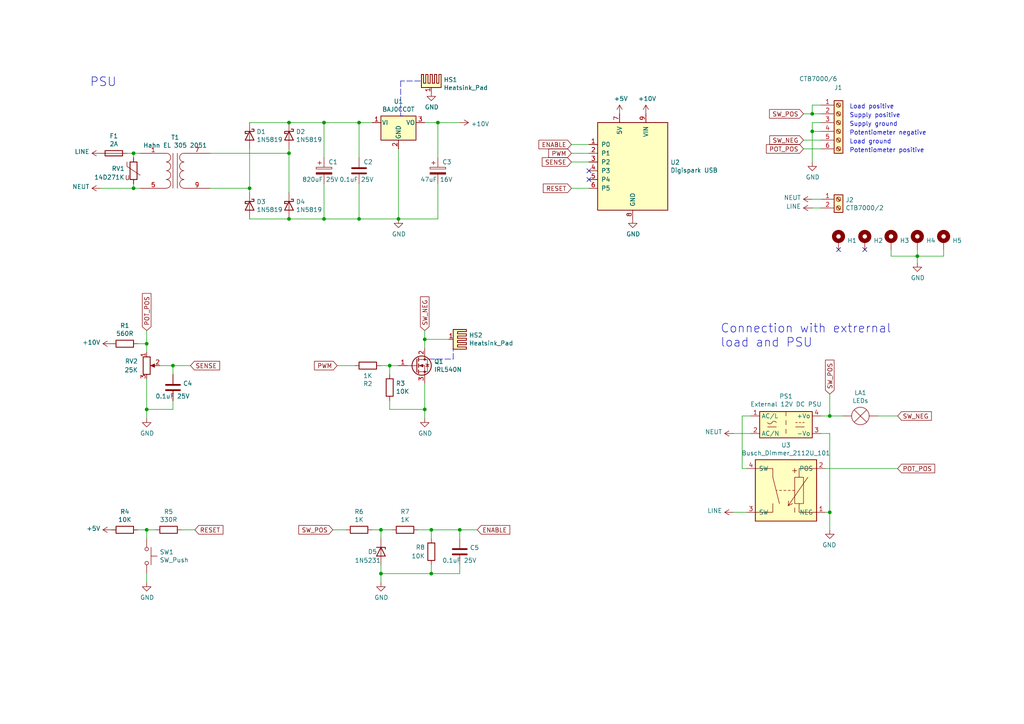
<source format=kicad_sch>
(kicad_sch (version 20211123) (generator eeschema)
  (paper "A4")
  (lib_symbols
    (symbol "Connector:Screw_Terminal_01x02" (pin_names (offset 1.016) hide)
      (property "Reference" "J" (at 0 2.54 0))
      (property "Value" "Screw_Terminal_01x02" (at 0 -5.08 0))
      (symbol "Screw_Terminal_01x02_1_1"
        (rectangle (start -1.27 1.27) (end 1.27 -3.81) (stroke (width 0.254)) (fill (type background)))
        (circle (center 0 -2.54) (radius 0.635) (stroke (width 0.1524)))
        (polyline (pts (xy -0.5334 -2.2098) (xy 0.3302 -3.048)) (stroke (width 0.1524)))
        (polyline (pts (xy -0.5334 0.3302) (xy 0.3302 -0.508)) (stroke (width 0.1524)))
        (polyline (pts (xy -0.3556 -2.032) (xy 0.508 -2.8702)) (stroke (width 0.1524)))
        (polyline (pts (xy -0.3556 0.508) (xy 0.508 -0.3302)) (stroke (width 0.1524)))
        (circle (center 0 0) (radius 0.635) (stroke (width 0.1524)))
        (pin passive line (at -5.08 0 0) (length 3.81) (name "Pin_1") (number "1"))
        (pin passive line (at -5.08 -2.54 0) (length 3.81) (name "Pin_2") (number "2"))
      )
    )
    (symbol "Connector:Screw_Terminal_01x06" (pin_names (offset 1.016) hide)
      (property "Reference" "J" (at 0 7.62 0))
      (property "Value" "Screw_Terminal_01x06" (at 0 -10.16 0))
      (symbol "Screw_Terminal_01x06_1_1"
        (rectangle (start -1.27 6.35) (end 1.27 -8.89) (stroke (width 0.254)) (fill (type background)))
        (circle (center 0 -7.62) (radius 0.635) (stroke (width 0.1524)))
        (circle (center 0 -5.08) (radius 0.635) (stroke (width 0.1524)))
        (circle (center 0 -2.54) (radius 0.635) (stroke (width 0.1524)))
        (polyline (pts (xy -0.5334 -7.2898) (xy 0.3302 -8.128)) (stroke (width 0.1524)))
        (polyline (pts (xy -0.5334 -4.7498) (xy 0.3302 -5.588)) (stroke (width 0.1524)))
        (polyline (pts (xy -0.5334 -2.2098) (xy 0.3302 -3.048)) (stroke (width 0.1524)))
        (polyline (pts (xy -0.5334 0.3302) (xy 0.3302 -0.508)) (stroke (width 0.1524)))
        (polyline (pts (xy -0.5334 2.8702) (xy 0.3302 2.032)) (stroke (width 0.1524)))
        (polyline (pts (xy -0.5334 5.4102) (xy 0.3302 4.572)) (stroke (width 0.1524)))
        (polyline (pts (xy -0.3556 -7.112) (xy 0.508 -7.9502)) (stroke (width 0.1524)))
        (polyline (pts (xy -0.3556 -4.572) (xy 0.508 -5.4102)) (stroke (width 0.1524)))
        (polyline (pts (xy -0.3556 -2.032) (xy 0.508 -2.8702)) (stroke (width 0.1524)))
        (polyline (pts (xy -0.3556 0.508) (xy 0.508 -0.3302)) (stroke (width 0.1524)))
        (polyline (pts (xy -0.3556 3.048) (xy 0.508 2.2098)) (stroke (width 0.1524)))
        (polyline (pts (xy -0.3556 5.588) (xy 0.508 4.7498)) (stroke (width 0.1524)))
        (circle (center 0 0) (radius 0.635) (stroke (width 0.1524)))
        (circle (center 0 2.54) (radius 0.635) (stroke (width 0.1524)))
        (circle (center 0 5.08) (radius 0.635) (stroke (width 0.1524)))
        (pin passive line (at -5.08 5.08 0) (length 3.81) (name "Pin_1") (number "1"))
        (pin passive line (at -5.08 2.54 0) (length 3.81) (name "Pin_2") (number "2"))
        (pin passive line (at -5.08 0 0) (length 3.81) (name "Pin_3") (number "3"))
        (pin passive line (at -5.08 -2.54 0) (length 3.81) (name "Pin_4") (number "4"))
        (pin passive line (at -5.08 -5.08 0) (length 3.81) (name "Pin_5") (number "5"))
        (pin passive line (at -5.08 -7.62 0) (length 3.81) (name "Pin_6") (number "6"))
      )
    )
    (symbol "Converter_ACDC:IRM-20-12"
      (property "Reference" "PS" (at 0 5.08 0))
      (property "Value" "IRM-20-12" (at 0 -5.08 0))
      (symbol "IRM-20-12_0_1"
        (rectangle (start -7.62 3.81) (end 7.62 -3.81) (stroke (width 0.254)) (fill (type background)))
        (arc (start -5.334 0.635) (mid -4.699 0.2495) (end -4.064 0.635))
        (arc (start -2.794 0.635) (mid -3.429 1.0072) (end -4.064 0.635))
        (polyline (pts (xy -5.334 -0.635) (xy -2.794 -0.635)))
        (polyline (pts (xy 0 -1.27) (xy 0 -2.54)))
        (polyline (pts (xy 0 1.27) (xy 0 0)))
        (polyline (pts (xy 0 3.81) (xy 0 2.54)))
        (polyline (pts (xy 2.794 -0.635) (xy 5.334 -0.635)))
        (polyline (pts (xy 2.794 0.635) (xy 3.302 0.635)))
        (polyline (pts (xy 3.81 0.635) (xy 4.318 0.635)))
        (polyline (pts (xy 4.826 0.635) (xy 5.334 0.635)))
      )
      (symbol "IRM-20-12_1_1"
        (pin power_in line (at -10.16 2.54 0) (length 2.54) (name "AC/L") (number "1"))
        (pin power_in line (at -10.16 -2.54 0) (length 2.54) (name "AC/N") (number "2"))
        (pin power_out line (at 10.16 -2.54 180) (length 2.54) (name "-Vo") (number "3"))
        (pin power_out line (at 10.16 2.54 180) (length 2.54) (name "+Vo") (number "4"))
      )
    )
    (symbol "Device:C" (pin_numbers hide) (pin_names (offset 0.254))
      (property "Reference" "C" (at 0.635 2.54 0))
      (property "Value" "C" (at 0.635 -2.54 0))
      (symbol "C_0_1"
        (polyline (pts (xy -2.032 -0.762) (xy 2.032 -0.762)) (stroke (width 0.508)))
        (polyline (pts (xy -2.032 0.762) (xy 2.032 0.762)) (stroke (width 0.508)))
      )
      (symbol "C_1_1"
        (pin passive line (at 0 3.81 270) (length 2.794) (name "~") (number "1"))
        (pin passive line (at 0 -3.81 90) (length 2.794) (name "~") (number "2"))
      )
    )
    (symbol "Device:C_Polarized" (pin_numbers hide) (pin_names (offset 0.254))
      (property "Reference" "C" (at 0.635 2.54 0))
      (property "Value" "C_Polarized" (at 0.635 -2.54 0))
      (symbol "C_Polarized_0_1"
        (rectangle (start -2.286 0.508) (end 2.286 1.016))
        (polyline (pts (xy -1.778 2.286) (xy -0.762 2.286)))
        (polyline (pts (xy -1.27 2.794) (xy -1.27 1.778)))
        (rectangle (start 2.286 -0.508) (end -2.286 -1.016) (fill (type outline)))
      )
      (symbol "C_Polarized_1_1"
        (pin passive line (at 0 3.81 270) (length 2.794) (name "~") (number "1"))
        (pin passive line (at 0 -3.81 90) (length 2.794) (name "~") (number "2"))
      )
    )
    (symbol "Device:D_Schottky" (pin_numbers hide) (pin_names (offset 1.016) hide)
      (property "Reference" "D" (at 0 2.54 0))
      (property "Value" "D_Schottky" (at 0 -2.54 0))
      (symbol "D_Schottky_0_1"
        (polyline (pts (xy 1.27 0) (xy -1.27 0)))
        (polyline (pts (xy 1.27 1.27) (xy 1.27 -1.27) (xy -1.27 0) (xy 1.27 1.27)) (stroke (width 0.254)))
        (polyline (pts (xy -1.905 0.635) (xy -1.905 1.27) (xy -1.27 1.27) (xy -1.27 -1.27) (xy -0.635 -1.27) (xy -0.635 -0.635)) (stroke (width 0.254)))
      )
      (symbol "D_Schottky_1_1"
        (pin passive line (at -3.81 0 0) (length 2.54) (name "K") (number "1"))
        (pin passive line (at 3.81 0 180) (length 2.54) (name "A") (number "2"))
      )
    )
    (symbol "Device:D_Zener" (pin_numbers hide) (pin_names (offset 1.016) hide)
      (property "Reference" "D" (at 0 2.54 0))
      (property "Value" "D_Zener" (at 0 -2.54 0))
      (symbol "D_Zener_0_1"
        (polyline (pts (xy 1.27 0) (xy -1.27 0)))
        (polyline (pts (xy -1.27 -1.27) (xy -1.27 1.27) (xy -0.762 1.27)) (stroke (width 0.254)))
        (polyline (pts (xy 1.27 -1.27) (xy 1.27 1.27) (xy -1.27 0) (xy 1.27 -1.27)) (stroke (width 0.254)))
      )
      (symbol "D_Zener_1_1"
        (pin passive line (at -3.81 0 0) (length 2.54) (name "K") (number "1"))
        (pin passive line (at 3.81 0 180) (length 2.54) (name "A") (number "2"))
      )
    )
    (symbol "Device:Fuse" (pin_numbers hide) (pin_names (offset 0))
      (property "Reference" "F" (at 2.032 0 90))
      (property "Value" "Fuse" (at -1.905 0 90))
      (symbol "Fuse_0_1"
        (rectangle (start -0.762 -2.54) (end 0.762 2.54) (stroke (width 0.254)))
        (polyline (pts (xy 0 2.54) (xy 0 -2.54)))
      )
      (symbol "Fuse_1_1"
        (pin passive line (at 0 3.81 270) (length 1.27) (name "~") (number "1"))
        (pin passive line (at 0 -3.81 90) (length 1.27) (name "~") (number "2"))
      )
    )
    (symbol "Device:Lamp" (pin_numbers hide) (pin_names (offset 0.0254) hide)
      (property "Reference" "LA" (at 0.635 3.81 0))
      (property "Value" "Lamp" (at 0.635 -3.81 0))
      (symbol "Lamp_0_1"
        (polyline (pts (xy -1.778 1.778) (xy 1.778 -1.778)))
        (polyline (pts (xy 1.778 1.778) (xy -1.778 -1.778)))
        (circle (center 0 0) (radius 2.54))
      )
      (symbol "Lamp_1_1"
        (pin passive line (at 0 -5.08 90) (length 2.54) (name "-") (number "1"))
        (pin passive line (at 0 5.08 270) (length 2.54) (name "+") (number "2"))
      )
    )
    (symbol "Device:R" (pin_numbers hide) (pin_names (offset 0))
      (property "Reference" "R" (at 2.032 0 90))
      (property "Value" "R" (at 0 0 90))
      (symbol "R_0_1"
        (rectangle (start -1.016 -2.54) (end 1.016 2.54) (stroke (width 0.254)))
      )
      (symbol "R_1_1"
        (pin passive line (at 0 3.81 270) (length 1.27) (name "~") (number "1"))
        (pin passive line (at 0 -3.81 90) (length 1.27) (name "~") (number "2"))
      )
    )
    (symbol "Device:R_Potentiometer" (pin_names (offset 1.016) hide)
      (property "Reference" "RV" (at -4.445 0 90))
      (property "Value" "R_Potentiometer" (at -2.54 0 90))
      (symbol "R_Potentiometer_0_1"
        (polyline (pts (xy 2.54 0) (xy 1.524 0)))
        (polyline (pts (xy 1.143 0) (xy 2.286 0.508) (xy 2.286 -0.508) (xy 1.143 0)) (fill (type outline)))
        (rectangle (start 1.016 2.54) (end -1.016 -2.54) (stroke (width 0.254)))
      )
      (symbol "R_Potentiometer_1_1"
        (pin passive line (at 0 3.81 270) (length 1.27) (name "1") (number "1"))
        (pin passive line (at 3.81 0 180) (length 1.27) (name "2") (number "2"))
        (pin passive line (at 0 -3.81 90) (length 1.27) (name "3") (number "3"))
      )
    )
    (symbol "Device:Varistor" (pin_numbers hide) (pin_names (offset 0))
      (property "Reference" "RV" (at 3.175 0 90))
      (property "Value" "Varistor" (at -3.175 0 90))
      (symbol "Varistor_0_0"
        (text "U" (at -1.778 -2.032 0) (effects (font (size 1.27 1.27))))
      )
      (symbol "Varistor_0_1"
        (rectangle (start -1.016 -2.54) (end 1.016 2.54) (stroke (width 0.254)))
        (polyline (pts (xy -1.905 2.54) (xy -1.905 1.27) (xy 1.905 -1.27)))
      )
      (symbol "Varistor_1_1"
        (pin passive line (at 0 3.81 270) (length 1.27) (name "~") (number "1"))
        (pin passive line (at 0 -3.81 90) (length 1.27) (name "~") (number "2"))
      )
    )
    (symbol "Mechanical:Heatsink_Pad" (pin_names (offset 0))
      (property "Reference" "HS" (at 0 5.715 0))
      (property "Value" "Heatsink_Pad" (at 0 3.81 0))
      (symbol "Heatsink_Pad_0_1"
        (polyline (pts (xy -0.3302 0) (xy -0.9652 0) (xy -0.9652 2.54) (xy -1.6002 2.54) (xy -1.6002 0) (xy -2.2352 0) (xy -2.2352 2.54) (xy -2.8702 2.54) (xy -2.8702 -1.27) (xy -0.9652 -1.27)) (stroke (width 0.254)) (fill (type background)))
        (polyline (pts (xy -0.3302 0) (xy -0.3302 2.54) (xy 0.3048 2.54) (xy 0.3048 0) (xy 0.9398 0) (xy 0.9398 2.54) (xy 1.5748 2.54) (xy 1.5748 0) (xy 2.2098 0) (xy 2.2098 2.54) (xy 2.8448 2.54) (xy 2.8448 -1.27) (xy -0.9652 -1.27)) (stroke (width 0.254)) (fill (type background)))
      )
      (symbol "Heatsink_Pad_1_1"
        (pin passive line (at 0 -2.54 90) (length 1.27) (name "~") (number "1"))
      )
    )
    (symbol "Mechanical:MountingHole_Pad" (pin_numbers hide) (pin_names (offset 1.016) hide)
      (property "Reference" "H" (at 0 6.35 0))
      (property "Value" "MountingHole_Pad" (at 0 4.445 0))
      (symbol "MountingHole_Pad_0_1"
        (circle (center 0 1.27) (radius 1.27) (stroke (width 1.27)))
      )
      (symbol "MountingHole_Pad_1_1"
        (pin input line (at 0 -2.54 90) (length 2.54) (name "1") (number "1"))
      )
    )
    (symbol "Regulator_Linear:LM7810_TO220" (pin_names (offset 0.254))
      (property "Reference" "U" (at -3.81 3.175 0))
      (property "Value" "LM7810_TO220" (at 0 3.175 0))
      (symbol "LM7810_TO220_0_1"
        (rectangle (start -5.08 1.905) (end 5.08 -5.08) (stroke (width 0.254)) (fill (type background)))
      )
      (symbol "LM7810_TO220_1_1"
        (pin power_in line (at -7.62 0 0) (length 2.54) (name "VI") (number "1"))
        (pin power_in line (at 0 -7.62 90) (length 2.54) (name "GND") (number "2"))
        (pin power_out line (at 7.62 0 180) (length 2.54) (name "VO") (number "3"))
      )
    )
    (symbol "Switch:SW_Push" (pin_numbers hide) (pin_names (offset 1.016) hide)
      (property "Reference" "SW" (at 1.27 2.54 0))
      (property "Value" "SW_Push" (at 0 -1.524 0))
      (symbol "SW_Push_0_1"
        (circle (center -2.032 0) (radius 0.508))
        (polyline (pts (xy 0 1.27) (xy 0 3.048)))
        (polyline (pts (xy 2.54 1.27) (xy -2.54 1.27)))
        (circle (center 2.032 0) (radius 0.508))
        (pin passive line (at -5.08 0 0) (length 2.54) (name "1") (number "1"))
        (pin passive line (at 5.08 0 180) (length 2.54) (name "2") (number "2"))
      )
    )
    (symbol "Transistor_FET:IRF540N" (pin_names hide)
      (property "Reference" "Q" (at 6.35 1.905 0))
      (property "Value" "IRF540N" (at 6.35 0 0))
      (symbol "IRF540N_0_1"
        (polyline (pts (xy 0.254 0) (xy -2.54 0)))
        (polyline (pts (xy 0.254 1.905) (xy 0.254 -1.905)) (stroke (width 0.254)))
        (polyline (pts (xy 0.762 -1.27) (xy 0.762 -2.286)) (stroke (width 0.254)))
        (polyline (pts (xy 0.762 0.508) (xy 0.762 -0.508)) (stroke (width 0.254)))
        (polyline (pts (xy 0.762 2.286) (xy 0.762 1.27)) (stroke (width 0.254)))
        (polyline (pts (xy 2.54 2.54) (xy 2.54 1.778)))
        (polyline (pts (xy 2.54 -2.54) (xy 2.54 0) (xy 0.762 0)))
        (polyline (pts (xy 0.762 -1.778) (xy 3.302 -1.778) (xy 3.302 1.778) (xy 0.762 1.778)))
        (polyline (pts (xy 1.016 0) (xy 2.032 0.381) (xy 2.032 -0.381) (xy 1.016 0)) (fill (type outline)))
        (polyline (pts (xy 2.794 0.508) (xy 2.921 0.381) (xy 3.683 0.381) (xy 3.81 0.254)))
        (polyline (pts (xy 3.302 0.381) (xy 2.921 -0.254) (xy 3.683 -0.254) (xy 3.302 0.381)))
        (circle (center 1.651 0) (radius 2.794) (stroke (width 0.254)))
        (circle (center 2.54 -1.778) (radius 0.254) (fill (type outline)))
        (circle (center 2.54 1.778) (radius 0.254) (fill (type outline)))
      )
      (symbol "IRF540N_1_1"
        (pin input line (at -5.08 0 0) (length 2.54) (name "G") (number "1"))
        (pin passive line (at 2.54 5.08 270) (length 2.54) (name "D") (number "2"))
        (pin passive line (at 2.54 -5.08 90) (length 2.54) (name "S") (number "3"))
      )
    )
    (symbol "custom-parts:Busch_Dimmer_2112U_101" (pin_names (offset 1.016))
      (property "Reference" "U" (at 0 11.43 0))
      (property "Value" "Busch_Dimmer_2112U_101" (at 0 -11.43 0))
      (symbol "Busch_Dimmer_2112U_101_0_1"
        (rectangle (start -8.89 8.89) (end 8.89 -8.89) (stroke (width 0.254)) (fill (type background)))
        (rectangle (start -5.08 3.81) (end -2.54 -3.81))
        (polyline (pts (xy -3.175 -5.715) (xy -1.905 -5.715)))
        (polyline (pts (xy -2.54 -5.08) (xy -2.54 -6.35)))
        (polyline (pts (xy -2.54 0) (xy -1.905 0)))
        (polyline (pts (xy -2.54 5.08) (xy -2.54 6.35)))
        (polyline (pts (xy -1.27 0) (xy -0.635 0)))
        (polyline (pts (xy -0.635 4.445) (xy -6.35 -3.81)))
        (polyline (pts (xy -0.635 4.445) (xy -1.905 3.81)))
        (polyline (pts (xy -0.635 4.445) (xy -0.762 3.048)))
        (polyline (pts (xy 0 0) (xy 0.635 0)))
        (polyline (pts (xy 1.27 0) (xy 1.905 0)))
        (polyline (pts (xy 1.905 3.81) (xy 3.81 -3.81)))
        (polyline (pts (xy 2.54 0) (xy 2.794 0)))
        (polyline (pts (xy -3.81 -3.81) (xy -3.81 -6.35) (xy -8.89 -6.35)))
        (polyline (pts (xy -3.81 3.81) (xy -3.81 6.35) (xy -8.89 6.35)))
        (polyline (pts (xy 3.81 -3.81) (xy 3.81 -6.35) (xy 8.89 -6.35)))
        (polyline (pts (xy 8.89 6.35) (xy 3.81 6.35) (xy 3.81 3.81)))
      )
      (symbol "Busch_Dimmer_2112U_101_1_1"
        (pin input line (at -11.43 6.35 0) (length 2.54) (name "NEG") (number "1"))
        (pin input line (at -11.43 -6.35 0) (length 2.54) (name "POS") (number "2"))
        (pin input line (at 11.43 6.35 180) (length 2.54) (name "SW") (number "3"))
        (pin input line (at 11.43 -6.35 180) (length 2.54) (name "SW") (number "4"))
      )
    )
    (symbol "custom-parts:Digispark_USB" (pin_names (offset 1.016))
      (property "Reference" "U" (at -10.16 -15.24 0))
      (property "Value" "Digispark_USB" (at 8.89 -15.24 0))
      (symbol "Digispark_USB_0_1"
        (rectangle (start -10.16 12.7) (end 10.16 -12.7) (stroke (width 0.254)) (fill (type background)))
      )
      (symbol "Digispark_USB_1_1"
        (pin tri_state line (at -12.7 6.35 0) (length 2.54) (name "P0") (number "1"))
        (pin tri_state line (at -12.7 3.81 0) (length 2.54) (name "P1") (number "2"))
        (pin tri_state line (at -12.7 1.27 0) (length 2.54) (name "P2") (number "3"))
        (pin tri_state line (at -12.7 -1.27 0) (length 2.54) (name "P3") (number "4"))
        (pin tri_state line (at -12.7 -3.81 0) (length 2.54) (name "P4") (number "5"))
        (pin tri_state line (at -12.7 -6.35 0) (length 2.54) (name "P5") (number "6"))
        (pin bidirectional line (at -3.81 15.24 270) (length 2.54) (name "5V") (number "7"))
        (pin input line (at 0 -15.24 90) (length 2.54) (name "GND") (number "8"))
        (pin input line (at 3.81 15.24 270) (length 2.54) (name "VIN") (number "9"))
      )
    )
    (symbol "custom-parts:Hahn_EL_305_2051" (pin_names (offset 1.016) hide)
      (property "Reference" "T" (at 0 6.35 0))
      (property "Value" "Hahn_EL_305_2051" (at 0 -7.62 0))
      (symbol "Hahn_EL_305_2051_0_1"
        (arc (start -2.54 -5.0546) (mid -1.6599 -4.6901) (end -1.27 -3.81))
        (arc (start -2.54 -2.5146) (mid -1.6599 -2.1501) (end -1.27 -1.27))
        (arc (start -2.54 0.0254) (mid -1.6599 0.3899) (end -1.27 1.27))
        (arc (start -2.54 2.5654) (mid -1.6599 2.9299) (end -1.27 3.81))
        (arc (start -1.27 -3.81) (mid -1.642 -2.912) (end -2.54 -2.54))
        (arc (start -1.27 -1.27) (mid -1.642 -0.372) (end -2.54 0))
        (arc (start -1.27 1.27) (mid -1.642 2.168) (end -2.54 2.54))
        (arc (start -1.27 3.81) (mid -1.642 4.708) (end -2.54 5.08))
        (polyline (pts (xy -0.635 5.08) (xy -0.635 -5.08)))
        (polyline (pts (xy 0.635 -5.08) (xy 0.635 5.08)))
        (arc (start 1.2954 -1.27) (mid 1.6599 -2.1501) (end 2.54 -2.5146))
        (arc (start 1.2954 1.27) (mid 1.6599 0.3899) (end 2.54 0.0254))
        (arc (start 1.2954 3.81) (mid 1.6599 2.9299) (end 2.54 2.5654))
        (arc (start 1.3208 -3.81) (mid 1.6853 -4.6901) (end 2.5654 -5.0546))
        (arc (start 2.54 0) (mid 1.642 -0.372) (end 1.2954 -1.27))
        (arc (start 2.54 2.54) (mid 1.642 2.168) (end 1.2954 1.27))
        (arc (start 2.54 5.08) (mid 1.642 4.708) (end 1.2954 3.81))
        (arc (start 2.5654 -2.54) (mid 1.6674 -2.912) (end 1.3208 -3.81))
      )
      (symbol "Hahn_EL_305_2051_1_1"
        (pin passive line (at -10.16 5.08 0) (length 7.62) (name "AA") (number "1"))
        (pin passive line (at -10.16 -5.08 0) (length 7.62) (name "AB") (number "5"))
        (pin passive line (at 10.16 5.08 180) (length 7.62) (name "SB") (number "7"))
        (pin passive line (at 10.16 -5.08 180) (length 7.62) (name "SA") (number "9"))
      )
    )
    (symbol "power:+10V" (power) (pin_names (offset 0))
      (property "Value" "+10V" (at 0 3.556 0))
      (symbol "+10V_0_1"
        (polyline (pts (xy -0.762 1.27) (xy 0 2.54)))
        (polyline (pts (xy 0 0) (xy 0 2.54)))
        (polyline (pts (xy 0 2.54) (xy 0.762 1.27)))
      )
      (symbol "+10V_1_1"
        (pin power_in line (at 0 0 90) (length 0) hide (name "+10V") (number "1"))
      )
    )
    (symbol "power:+5V" (power) (pin_names (offset 0))
      (property "Value" "+5V" (at 0 3.556 0))
      (symbol "+5V_0_1"
        (polyline (pts (xy -0.762 1.27) (xy 0 2.54)))
        (polyline (pts (xy 0 0) (xy 0 2.54)))
        (polyline (pts (xy 0 2.54) (xy 0.762 1.27)))
      )
      (symbol "+5V_1_1"
        (pin power_in line (at 0 0 90) (length 0) hide (name "+5V") (number "1"))
      )
    )
    (symbol "power:GND" (power) (pin_names (offset 0))
      (property "Value" "GND" (at 0 -3.81 0))
      (symbol "GND_0_1"
        (polyline (pts (xy 0 0) (xy 0 -1.27) (xy 1.27 -1.27) (xy 0 -2.54) (xy -1.27 -1.27) (xy 0 -1.27)))
      )
      (symbol "GND_1_1"
        (pin power_in line (at 0 0 270) (length 0) hide (name "GND") (number "1"))
      )
    )
    (symbol "power:LINE" (power) (pin_names (offset 0))
      (property "Value" "LINE" (at 0 3.81 0))
      (symbol "LINE_0_1"
        (polyline (pts (xy -0.762 1.27) (xy 0 2.54)))
        (polyline (pts (xy 0 0) (xy 0 2.54)))
        (polyline (pts (xy 0 2.54) (xy 0.762 1.27)))
      )
      (symbol "LINE_1_1"
        (pin power_in line (at 0 0 90) (length 0) hide (name "LINE") (number "1"))
      )
    )
    (symbol "power:NEUT" (power) (pin_names (offset 0))
      (property "Value" "NEUT" (at 0 3.81 0))
      (symbol "NEUT_0_1"
        (polyline (pts (xy -0.762 1.27) (xy 0 2.54)))
        (polyline (pts (xy 0 0) (xy 0 2.54)))
        (polyline (pts (xy 0 2.54) (xy 0.762 1.27)))
      )
      (symbol "NEUT_1_1"
        (pin power_in line (at 0 0 90) (length 0) hide (name "NEUT") (number "1"))
      )
    )
  )
  (junction (at 235.585 33.02))
  (junction (at 104.14 63.5))
  (junction (at 235.585 38.1))
  (junction (at 104.14 35.56))
  (junction (at 240.665 120.65))
  (junction (at 133.35 153.67))
  (junction (at 110.49 153.67))
  (junction (at 83.82 35.56))
  (junction (at 42.545 118.745))
  (junction (at 38.735 54.61))
  (junction (at 93.98 63.5))
  (junction (at 123.19 98.425))
  (junction (at 50.165 106.045))
  (junction (at 115.57 63.5))
  (junction (at 240.665 148.59))
  (junction (at 127 35.56))
  (junction (at 123.19 118.745))
  (junction (at 83.82 44.45))
  (junction (at 266.065 74.295))
  (junction (at 42.545 99.695))
  (junction (at 113.03 106.045))
  (junction (at 110.49 166.37))
  (junction (at 125.095 166.37))
  (junction (at 125.095 153.67))
  (junction (at 38.735 44.45))
  (junction (at 83.82 63.5))
  (junction (at 93.98 35.56))
  (junction (at 72.39 54.61))
  (junction (at 42.545 153.67))
  (no_connect (at 170.815 52.07))
  (no_connect (at 170.815 49.53))
  (no_connect (at 243.205 72.39))
  (no_connect (at 250.825 72.39))
  (wire (pts (xy 165.735 54.61) (xy 170.815 54.61)))
  (wire (pts (xy 266.065 72.39) (xy 266.065 74.295)))
  (wire (pts (xy 60.96 54.61) (xy 72.39 54.61)))
  (wire (pts (xy 254.635 120.65) (xy 260.35 120.65)))
  (wire (pts (xy 123.19 35.56) (xy 127 35.56)))
  (wire (pts (xy 40.005 99.695) (xy 42.545 99.695)))
  (wire (pts (xy 235.585 46.99) (xy 235.585 38.1)))
  (wire (pts (xy 42.545 118.745) (xy 42.545 109.855)))
  (wire (pts (xy 72.39 63.5) (xy 83.82 63.5)))
  (wire (pts (xy 50.165 108.585) (xy 50.165 106.045)))
  (wire (pts (xy 107.95 153.67) (xy 110.49 153.67)))
  (wire (pts (xy 72.39 54.61) (xy 72.39 55.88)))
  (wire (pts (xy 215.265 135.89) (xy 215.265 120.65)))
  (wire (pts (xy 113.03 118.745) (xy 123.19 118.745)))
  (wire (pts (xy 38.735 44.45) (xy 40.64 44.45)))
  (wire (pts (xy 240.665 120.65) (xy 244.475 120.65)))
  (wire (pts (xy 238.125 40.64) (xy 233.045 40.64)))
  (wire (pts (xy 170.815 44.45) (xy 165.735 44.45)))
  (wire (pts (xy 240.665 114.3) (xy 240.665 120.65)))
  (wire (pts (xy 46.355 106.045) (xy 50.165 106.045)))
  (wire (pts (xy 113.03 106.045) (xy 113.03 108.585)))
  (polyline (pts (xy 131.445 104.14) (xy 131.445 100.965)))
  (wire (pts (xy 235.585 30.48) (xy 235.585 33.02)))
  (wire (pts (xy 115.57 63.5) (xy 115.57 43.18)))
  (wire (pts (xy 40.005 153.67) (xy 42.545 153.67)))
  (wire (pts (xy 110.49 166.37) (xy 125.095 166.37)))
  (wire (pts (xy 125.095 156.21) (xy 125.095 153.67)))
  (wire (pts (xy 104.14 45.72) (xy 104.14 35.56)))
  (wire (pts (xy 130.175 98.425) (xy 123.19 98.425)))
  (wire (pts (xy 127 63.5) (xy 127 53.34)))
  (wire (pts (xy 212.725 148.59) (xy 216.535 148.59)))
  (wire (pts (xy 235.585 33.02) (xy 233.045 33.02)))
  (wire (pts (xy 266.065 74.295) (xy 266.065 76.2)))
  (wire (pts (xy 104.14 63.5) (xy 115.57 63.5)))
  (wire (pts (xy 110.49 106.045) (xy 113.03 106.045)))
  (wire (pts (xy 235.585 35.56) (xy 235.585 38.1)))
  (wire (pts (xy 72.39 43.18) (xy 72.39 54.61)))
  (wire (pts (xy 260.35 135.89) (xy 239.395 135.89)))
  (wire (pts (xy 52.705 153.67) (xy 56.515 153.67)))
  (wire (pts (xy 235.585 57.785) (xy 238.125 57.785)))
  (wire (pts (xy 42.545 99.695) (xy 42.545 102.235)))
  (wire (pts (xy 127 35.56) (xy 133.35 35.56)))
  (wire (pts (xy 133.35 166.37) (xy 133.35 163.83)))
  (wire (pts (xy 93.98 35.56) (xy 104.14 35.56)))
  (wire (pts (xy 165.735 46.99) (xy 170.815 46.99)))
  (wire (pts (xy 238.125 35.56) (xy 235.585 35.56)))
  (wire (pts (xy 217.805 125.73) (xy 212.725 125.73)))
  (wire (pts (xy 123.19 118.745) (xy 123.19 111.125)))
  (wire (pts (xy 93.98 63.5) (xy 104.14 63.5)))
  (wire (pts (xy 273.685 72.39) (xy 273.685 74.295)))
  (wire (pts (xy 113.03 106.045) (xy 115.57 106.045)))
  (wire (pts (xy 83.82 44.45) (xy 83.82 55.88)))
  (wire (pts (xy 125.095 166.37) (xy 133.35 166.37)))
  (wire (pts (xy 104.14 35.56) (xy 107.95 35.56)))
  (wire (pts (xy 93.98 63.5) (xy 93.98 53.34)))
  (polyline (pts (xy 116.205 33.655) (xy 116.84 33.655)))
  (wire (pts (xy 60.96 44.45) (xy 83.82 44.45)))
  (wire (pts (xy 50.165 116.205) (xy 50.165 118.745)))
  (wire (pts (xy 215.265 120.65) (xy 217.805 120.65)))
  (wire (pts (xy 36.83 44.45) (xy 38.735 44.45)))
  (wire (pts (xy 113.665 153.67) (xy 110.49 153.67)))
  (wire (pts (xy 72.39 35.56) (xy 83.82 35.56)))
  (wire (pts (xy 115.57 63.5) (xy 127 63.5)))
  (wire (pts (xy 113.03 116.205) (xy 113.03 118.745)))
  (wire (pts (xy 83.82 63.5) (xy 93.98 63.5)))
  (wire (pts (xy 125.095 166.37) (xy 125.095 163.83)))
  (wire (pts (xy 127 45.72) (xy 127 35.56)))
  (wire (pts (xy 83.82 43.18) (xy 83.82 44.45)))
  (wire (pts (xy 104.14 53.34) (xy 104.14 63.5)))
  (wire (pts (xy 38.735 53.34) (xy 38.735 54.61)))
  (wire (pts (xy 42.545 153.67) (xy 45.085 153.67)))
  (wire (pts (xy 238.125 33.02) (xy 235.585 33.02)))
  (wire (pts (xy 258.445 74.295) (xy 266.065 74.295)))
  (wire (pts (xy 165.735 41.91) (xy 170.815 41.91)))
  (polyline (pts (xy 121.92 23.495) (xy 116.205 23.495)))
  (wire (pts (xy 42.545 118.745) (xy 42.545 121.285)))
  (wire (pts (xy 133.35 153.67) (xy 138.43 153.67)))
  (wire (pts (xy 123.19 118.745) (xy 123.19 121.285)))
  (wire (pts (xy 133.35 156.21) (xy 133.35 153.67)))
  (wire (pts (xy 235.585 60.325) (xy 238.125 60.325)))
  (wire (pts (xy 110.49 156.21) (xy 110.49 153.67)))
  (wire (pts (xy 240.665 125.73) (xy 238.125 125.73)))
  (wire (pts (xy 123.19 98.425) (xy 123.19 95.885)))
  (wire (pts (xy 125.095 153.67) (xy 133.35 153.67)))
  (wire (pts (xy 83.82 35.56) (xy 93.98 35.56)))
  (wire (pts (xy 258.445 72.39) (xy 258.445 74.295)))
  (wire (pts (xy 240.665 153.67) (xy 240.665 148.59)))
  (wire (pts (xy 215.265 135.89) (xy 216.535 135.89)))
  (wire (pts (xy 266.065 74.295) (xy 273.685 74.295)))
  (wire (pts (xy 110.49 166.37) (xy 110.49 168.91)))
  (wire (pts (xy 102.87 106.045) (xy 97.79 106.045)))
  (wire (pts (xy 121.285 153.67) (xy 125.095 153.67)))
  (wire (pts (xy 50.165 106.045) (xy 55.245 106.045)))
  (wire (pts (xy 42.545 166.37) (xy 42.545 168.91)))
  (polyline (pts (xy 116.205 23.495) (xy 116.205 33.655)))
  (wire (pts (xy 238.125 120.65) (xy 240.665 120.65)))
  (wire (pts (xy 38.735 54.61) (xy 29.21 54.61)))
  (wire (pts (xy 239.395 148.59) (xy 240.665 148.59)))
  (wire (pts (xy 238.125 30.48) (xy 235.585 30.48)))
  (wire (pts (xy 42.545 156.21) (xy 42.545 153.67)))
  (wire (pts (xy 238.125 43.18) (xy 233.045 43.18)))
  (wire (pts (xy 123.19 100.965) (xy 123.19 98.425)))
  (wire (pts (xy 240.665 148.59) (xy 240.665 125.73)))
  (wire (pts (xy 42.545 118.745) (xy 50.165 118.745)))
  (wire (pts (xy 42.545 99.695) (xy 42.545 95.885)))
  (wire (pts (xy 40.64 54.61) (xy 38.735 54.61)))
  (wire (pts (xy 38.735 45.72) (xy 38.735 44.45)))
  (wire (pts (xy 235.585 38.1) (xy 238.125 38.1)))
  (wire (pts (xy 110.49 163.83) (xy 110.49 166.37)))
  (polyline (pts (xy 124.46 104.14) (xy 131.445 104.14)))
  (wire (pts (xy 96.52 153.67) (xy 100.33 153.67)))
  (wire (pts (xy 93.98 45.72) (xy 93.98 35.56)))
  (text "Potentiometer negative" (at 246.38 39.37 0) (effects (font (size 1.27 1.27)) (justify left bottom)))
  (text "PSU" (at 26.035 25.4 0) (effects (font (size 2.54 2.54)) (justify left bottom)))
  (text "Supply ground" (at 246.38 36.83 0) (effects (font (size 1.27 1.27)) (justify left bottom)))
  (text "Supply positive" (at 246.38 34.29 0) (effects (font (size 1.27 1.27)) (justify left bottom)))
  (text "Potentiometer positive" (at 246.38 44.45 0) (effects (font (size 1.27 1.27)) (justify left bottom)))
  (text "Load positive" (at 246.38 31.75 0) (effects (font (size 1.27 1.27)) (justify left bottom)))
  (text "Load ground" (at 246.38 41.91 0) (effects (font (size 1.27 1.27)) (justify left bottom)))
  (text "Connection with extrernal\nload and PSU" (at 208.915 100.965 0) (effects (font (size 2.54 2.54)) (justify left bottom)))
  (global_label "POT_POS" (shape input) (at 42.545 95.885 90) (property "Intersheet References" "${INTERSHEET_REFS}" (effects hide)))
  (global_label "SENSE" (shape input) (at 165.735 46.99 180) (property "Intersheet References" "${INTERSHEET_REFS}" (effects hide)))
  (global_label "SENSE" (shape input) (at 55.245 106.045 0) (property "Intersheet References" "${INTERSHEET_REFS}" (effects hide)))
  (global_label "PWM" (shape input) (at 97.79 106.045 180) (property "Intersheet References" "${INTERSHEET_REFS}" (effects hide)))
  (global_label "ENABLE" (shape input) (at 138.43 153.67 0) (property "Intersheet References" "${INTERSHEET_REFS}" (effects hide)))
  (global_label "SW_NEG" (shape input) (at 233.045 40.64 180) (property "Intersheet References" "${INTERSHEET_REFS}" (effects hide)))
  (global_label "SW_POS" (shape input) (at 240.665 114.3 90) (property "Intersheet References" "${INTERSHEET_REFS}" (effects hide)))
  (global_label "POT_POS" (shape input) (at 233.045 43.18 180) (property "Intersheet References" "${INTERSHEET_REFS}" (effects hide)))
  (global_label "SW_NEG" (shape input) (at 260.35 120.65 0) (property "Intersheet References" "${INTERSHEET_REFS}" (effects hide)))
  (global_label "RESET" (shape input) (at 56.515 153.67 0) (property "Intersheet References" "${INTERSHEET_REFS}" (effects hide)))
  (global_label "ENABLE" (shape input) (at 165.735 41.91 180) (property "Intersheet References" "${INTERSHEET_REFS}" (effects hide)))
  (global_label "RESET" (shape input) (at 165.735 54.61 180) (property "Intersheet References" "${INTERSHEET_REFS}" (effects hide)))
  (global_label "PWM" (shape input) (at 165.735 44.45 180) (property "Intersheet References" "${INTERSHEET_REFS}" (effects hide)))
  (global_label "POT_POS" (shape input) (at 260.35 135.89 0) (property "Intersheet References" "${INTERSHEET_REFS}" (effects hide)))
  (global_label "SW_NEG" (shape input) (at 123.19 95.885 90) (property "Intersheet References" "${INTERSHEET_REFS}" (effects hide)))
  (global_label "SW_POS" (shape input) (at 233.045 33.02 180) (property "Intersheet References" "${INTERSHEET_REFS}" (effects hide)))
  (global_label "SW_POS" (shape input) (at 96.52 153.67 180) (property "Intersheet References" "${INTERSHEET_REFS}" (effects hide)))
  (symbol (lib_id "Device:D_Schottky") (at 72.39 39.37 270) (unit 1)
    (property "Reference" "D1" (at 74.3966 38.2016 90) (effects (justify left)))
    (property "Value" "1N5819" (at 74.3966 40.513 90) (effects (justify left)))
    (property "Footprint" "Diode_THT:D_DO-41_SOD81_P10.16mm_Horizontal" (effects hide))
  )
  (symbol (lib_id "Regulator_Linear:LM7810_TO220") (at 115.57 35.56 0) (unit 1)
    (property "Reference" "U1" (at 115.57 29.4132 0))
    (property "Value" "BAJ0CC0T" (at 115.57 31.7246 0))
    (property "Footprint" "Package_TO_SOT_THT:TO-220-3_Vertical" (effects hide))
    (property "Datasheet" "https://www.rohm.com/datasheet/BAJ0CC0T/baxxdd0-e" (effects hide))
  )
  (symbol (lib_id "Device:D_Schottky") (at 83.82 39.37 270) (unit 1)
    (property "Reference" "D2" (at 85.8266 38.2016 90) (effects (justify left)))
    (property "Value" "1N5819" (at 85.8266 40.513 90) (effects (justify left)))
    (property "Footprint" "Diode_THT:D_DO-41_SOD81_P10.16mm_Horizontal" (effects hide))
  )
  (symbol (lib_id "Device:D_Schottky") (at 83.82 59.69 270) (unit 1)
    (property "Reference" "D4" (at 85.8266 58.5216 90) (effects (justify left)))
    (property "Value" "1N5819" (at 85.8266 60.833 90) (effects (justify left)))
    (property "Footprint" "Diode_THT:D_DO-41_SOD81_P10.16mm_Horizontal" (effects hide))
  )
  (symbol (lib_id "Device:D_Schottky") (at 72.39 59.69 270) (unit 1)
    (property "Reference" "D3" (at 74.3966 58.5216 90) (effects (justify left)))
    (property "Value" "1N5819" (at 74.3966 60.833 90) (effects (justify left)))
    (property "Footprint" "Diode_THT:D_DO-41_SOD81_P10.16mm_Horizontal" (effects hide))
  )
  (symbol (lib_id "power:+10V") (at 133.35 35.56 270) (unit 1)
    (property "Reference" "#PWR04" (effects hide))
    (property "Value" "+10V" (at 136.6012 35.941 90) (effects (justify left)))
  )
  (symbol (lib_id "power:GND") (at 115.57 63.5 0) (unit 1)
    (property "Reference" "#PWR08" (effects hide))
    (property "Value" "GND" (at 115.697 67.8942 0))
  )
  (symbol (lib_id "custom-parts:Hahn_EL_305_2051") (at 50.8 49.53 0) (unit 1)
    (property "Reference" "T1" (at 50.8 39.8526 0))
    (property "Value" "Hahn EL 305 2051" (at 50.8 42.164 0))
    (property "Footprint" "custom-parts:Hahn_EL_305_2051" (effects hide))
  )
  (symbol (lib_id "Device:Fuse") (at 33.02 44.45 270) (unit 1)
    (property "Reference" "F1" (at 33.02 39.4462 90))
    (property "Value" "2A" (at 33.02 41.7576 90))
    (property "Footprint" "custom-parts:R_Axial_DIN0309_L9.0mm_D3.2mm_P12.70mm_Horizontal_Large_Pads" (effects hide))
  )
  (symbol (lib_id "power:LINE") (at 29.21 44.45 90) (unit 1)
    (property "Reference" "#PWR05" (effects hide))
    (property "Value" "LINE" (at 25.9588 43.9928 90) (effects (justify left)))
  )
  (symbol (lib_id "power:NEUT") (at 29.21 54.61 90) (unit 1)
    (property "Reference" "#PWR07" (effects hide))
    (property "Value" "NEUT" (at 25.9588 54.1528 90) (effects (justify left)))
  )
  (symbol (lib_id "Device:C") (at 104.14 49.53 0) (unit 1)
    (property "Reference" "C2" (at 105.41 46.99 0) (effects (justify left)))
    (property "Value" "0.1uF 25V" (at 98.425 52.07 0) (effects (justify left)))
    (property "Footprint" "custom-parts:C_Disc_D6.0mm_W2.0mm_P3.81mm" (effects hide))
  )
  (symbol (lib_id "power:+10V") (at 187.325 33.02 0) (unit 1)
    (property "Reference" "#PWR03" (effects hide))
    (property "Value" "+10V" (at 187.706 28.6258 0))
  )
  (symbol (lib_id "Device:R") (at 36.195 99.695 270) (unit 1)
    (property "Reference" "R1" (at 36.195 94.4372 90))
    (property "Value" "560R" (at 36.195 96.7486 90))
    (property "Footprint" "Resistor_THT:R_Axial_DIN0207_L6.3mm_D2.5mm_P10.16mm_Horizontal" (effects hide))
  )
  (symbol (lib_id "power:GND") (at 183.515 63.5 0) (unit 1)
    (property "Reference" "#PWR09" (effects hide))
    (property "Value" "GND" (at 183.642 67.8942 0))
  )
  (symbol (lib_id "Transistor_FET:IRF540N") (at 120.65 106.045 0) (unit 1)
    (property "Reference" "Q1" (at 125.8824 104.8766 0) (effects (justify left)))
    (property "Value" "IRL540N" (at 125.8824 107.188 0) (effects (justify left)))
    (property "Footprint" "Package_TO_SOT_THT:TO-220-3_Vertical" (effects hide))
    (property "Datasheet" "http://www.irf.com/product-info/datasheets/data/irl540n.pdf" (effects hide))
  )
  (symbol (lib_id "custom-parts:Digispark_USB") (at 183.515 48.26 0) (unit 1)
    (property "Reference" "U2" (at 194.437 47.0916 0) (effects (justify left)))
    (property "Value" "Digispark USB" (at 194.437 49.403 0) (effects (justify left)))
    (property "Footprint" "custom-parts:Digispark_USB" (effects hide))
  )
  (symbol (lib_id "Device:R") (at 113.03 112.395 0) (unit 1)
    (property "Reference" "R3" (at 114.808 111.2266 0) (effects (justify left)))
    (property "Value" "10K" (at 114.808 113.538 0) (effects (justify left)))
    (property "Footprint" "Resistor_THT:R_Axial_DIN0207_L6.3mm_D2.5mm_P5.08mm_Vertical" (effects hide))
  )
  (symbol (lib_id "Device:R") (at 106.68 106.045 90) (unit 1)
    (property "Reference" "R2" (at 106.68 111.3028 90))
    (property "Value" "1K" (at 106.68 108.9914 90))
    (property "Footprint" "Resistor_THT:R_Axial_DIN0207_L6.3mm_D2.5mm_P5.08mm_Vertical" (effects hide))
  )
  (symbol (lib_id "power:GND") (at 123.19 121.285 0) (unit 1)
    (property "Reference" "#PWR014" (effects hide))
    (property "Value" "GND" (at 123.317 125.6792 0))
  )
  (symbol (lib_id "power:+5V") (at 179.705 33.02 0) (unit 1)
    (property "Reference" "#PWR02" (effects hide))
    (property "Value" "+5V" (at 180.086 28.6258 0))
  )
  (symbol (lib_id "Switch:SW_Push") (at 42.545 161.29 270) (unit 1)
    (property "Reference" "SW1" (at 46.3042 160.1216 90) (effects (justify left)))
    (property "Value" "SW_Push" (at 46.3042 162.433 90) (effects (justify left)))
    (property "Footprint" "Button_Switch_THT:SW_PUSH_6mm_H4.3mm" (effects hide))
  )
  (symbol (lib_id "Device:C") (at 50.165 112.395 0) (unit 1)
    (property "Reference" "C4" (at 53.086 111.2266 0) (effects (justify left)))
    (property "Value" "0.1uF 25V" (at 45.085 114.935 0) (effects (justify left)))
    (property "Footprint" "custom-parts:C_Disc_D6.0mm_W2.0mm_P3.81mm" (effects hide))
  )
  (symbol (lib_id "Device:R") (at 36.195 153.67 270) (unit 1)
    (property "Reference" "R4" (at 36.195 148.4122 90))
    (property "Value" "10K" (at 36.195 150.7236 90))
    (property "Footprint" "Resistor_THT:R_Axial_DIN0207_L6.3mm_D2.5mm_P10.16mm_Horizontal" (effects hide))
  )
  (symbol (lib_id "Device:R") (at 48.895 153.67 270) (unit 1)
    (property "Reference" "R5" (at 48.895 148.4122 90))
    (property "Value" "330R" (at 48.895 150.7236 90))
    (property "Footprint" "Resistor_THT:R_Axial_DIN0207_L6.3mm_D2.5mm_P10.16mm_Horizontal" (effects hide))
  )
  (symbol (lib_id "power:+5V") (at 32.385 153.67 90) (unit 1)
    (property "Reference" "#PWR018" (effects hide))
    (property "Value" "+5V" (at 29.1338 153.289 90) (effects (justify left)))
  )
  (symbol (lib_id "power:GND") (at 42.545 168.91 0) (unit 1)
    (property "Reference" "#PWR019" (effects hide))
    (property "Value" "GND" (at 42.672 173.3042 0))
  )
  (symbol (lib_id "power:+10V") (at 32.385 99.695 90) (unit 1)
    (property "Reference" "#PWR012" (effects hide))
    (property "Value" "+10V" (at 29.1338 99.314 90) (effects (justify left)))
  )
  (symbol (lib_id "custom-parts:Busch_Dimmer_2112U_101") (at 227.965 142.24 180) (unit 1) (on_board no)
    (property "Reference" "U3" (at 227.965 129.1082 0))
    (property "Value" "Busch_Dimmer_2112U_101" (at 227.965 131.4196 0))
    (property "Datasheet" "https://www.busch-jaeger.de/files/files_ONLINE/2112_BJE_OA_2012-12-17_EN_R01.pdf" (effects hide))
  )
  (symbol (lib_id "power:GND") (at 240.665 153.67 0) (mirror y) (unit 1)
    (property "Reference" "#PWR017" (effects hide))
    (property "Value" "GND" (at 240.538 158.0642 0))
  )
  (symbol (lib_id "power:GND") (at 42.545 121.285 0) (unit 1)
    (property "Reference" "#PWR013" (effects hide))
    (property "Value" "GND" (at 42.672 125.6792 0))
  )
  (symbol (lib_id "Converter_ACDC:IRM-20-12") (at 227.965 123.19 0) (unit 1) (on_board no)
    (property "Reference" "PS1" (at 227.965 114.935 0))
    (property "Value" "External 12V DC PSU" (at 227.965 117.2464 0))
  )
  (symbol (lib_id "Device:R") (at 104.14 153.67 270) (unit 1)
    (property "Reference" "R6" (at 104.14 148.4122 90))
    (property "Value" "1K" (at 104.14 150.7236 90))
    (property "Footprint" "Resistor_THT:R_Axial_DIN0207_L6.3mm_D2.5mm_P10.16mm_Horizontal" (effects hide))
  )
  (symbol (lib_id "Device:D_Zener") (at 110.49 160.02 270) (unit 1)
    (property "Reference" "D5" (at 106.68 160.02 90) (effects (justify left)))
    (property "Value" "1N5231" (at 102.87 162.56 90) (effects (justify left)))
    (property "Footprint" "Diode_THT:D_DO-35_SOD27_P7.62mm_Horizontal" (effects hide))
  )
  (symbol (lib_id "Connector:Screw_Terminal_01x02") (at 243.205 57.785 0) (unit 1)
    (property "Reference" "J2" (at 245.237 57.9882 0) (effects (justify left)))
    (property "Value" "CTB7000/2" (at 245.237 60.2996 0) (effects (justify left)))
    (property "Footprint" "custom-parts:CamdenBoss_CTB7000_2_L10.0mm_P5.0mm" (effects hide))
  )
  (symbol (lib_id "power:GND") (at 110.49 168.91 0) (unit 1)
    (property "Reference" "#PWR020" (effects hide))
    (property "Value" "GND" (at 110.617 173.3042 0))
  )
  (symbol (lib_id "Device:R") (at 125.095 160.02 180) (unit 1)
    (property "Reference" "R8" (at 121.92 158.75 0))
    (property "Value" "10K" (at 121.285 161.29 0))
    (property "Footprint" "Resistor_THT:R_Axial_DIN0207_L6.3mm_D2.5mm_P10.16mm_Horizontal" (effects hide))
  )
  (symbol (lib_id "Device:R") (at 117.475 153.67 270) (unit 1)
    (property "Reference" "R7" (at 117.475 148.4122 90))
    (property "Value" "1K" (at 117.475 150.7236 90))
    (property "Footprint" "Resistor_THT:R_Axial_DIN0207_L6.3mm_D2.5mm_P10.16mm_Horizontal" (effects hide))
  )
  (symbol (lib_id "Device:C") (at 133.35 160.02 0) (unit 1)
    (property "Reference" "C5" (at 136.271 158.8516 0) (effects (justify left)))
    (property "Value" "0.1uF 25V" (at 128.27 162.56 0) (effects (justify left)))
    (property "Footprint" "custom-parts:C_Disc_D6.0mm_W2.0mm_P3.81mm" (effects hide))
  )
  (symbol (lib_id "power:LINE") (at 212.725 148.59 90) (unit 1)
    (property "Reference" "#PWR016" (effects hide))
    (property "Value" "LINE" (at 209.4738 148.1328 90) (effects (justify left)))
  )
  (symbol (lib_id "Connector:Screw_Terminal_01x06") (at 243.205 35.56 0) (unit 1)
    (property "Reference" "J1" (at 241.935 25.4 0) (effects (justify left)))
    (property "Value" "CTB7000/6" (at 231.775 22.86 0) (effects (justify left)))
    (property "Footprint" "custom-parts:CamdenBoss_CTB7000_6_L30.0mm_P5.0mm" (effects hide))
  )
  (symbol (lib_id "power:NEUT") (at 212.725 125.73 90) (unit 1)
    (property "Reference" "#PWR015" (effects hide))
    (property "Value" "NEUT" (at 209.4738 125.2728 90) (effects (justify left)))
  )
  (symbol (lib_id "power:LINE") (at 235.585 60.325 90) (unit 1)
    (property "Reference" "#PWR010" (effects hide))
    (property "Value" "LINE" (at 232.3338 59.8678 90) (effects (justify left)))
  )
  (symbol (lib_id "power:NEUT") (at 235.585 57.785 90) (unit 1)
    (property "Reference" "#PWR011" (effects hide))
    (property "Value" "NEUT" (at 232.3338 57.3278 90) (effects (justify left)))
  )
  (symbol (lib_id "power:GND") (at 235.585 46.99 0) (unit 1)
    (property "Reference" "#PWR06" (effects hide))
    (property "Value" "GND" (at 235.712 51.3842 0))
  )
  (symbol (lib_id "Mechanical:MountingHole_Pad") (at 273.685 69.85 0) (unit 1)
    (property "Reference" "H5" (at 276.225 69.7738 0) (effects (justify left)))
    (property "Value" "MountingHole_Pad" (effects hide))
    (property "Footprint" "MountingHole:MountingHole_3.2mm_M3_Pad" (effects hide))
  )
  (symbol (lib_id "Mechanical:MountingHole_Pad") (at 243.205 69.85 0) (unit 1)
    (property "Reference" "H1" (at 245.745 69.7738 0) (effects (justify left)))
    (property "Value" "MountingHole_Pad" (effects hide))
    (property "Footprint" "MountingHole:MountingHole_3.2mm_M3_Pad" (effects hide))
  )
  (symbol (lib_id "Mechanical:MountingHole_Pad") (at 250.825 69.85 0) (unit 1)
    (property "Reference" "H2" (at 253.365 69.7738 0) (effects (justify left)))
    (property "Value" "MountingHole_Pad" (effects hide))
    (property "Footprint" "MountingHole:MountingHole_3.2mm_M3_Pad" (effects hide))
  )
  (symbol (lib_id "Mechanical:MountingHole_Pad") (at 258.445 69.85 0) (unit 1)
    (property "Reference" "H3" (at 260.985 69.7738 0) (effects (justify left)))
    (property "Value" "MountingHole_Pad" (effects hide))
    (property "Footprint" "MountingHole:MountingHole_3.2mm_M3_Pad" (effects hide))
  )
  (symbol (lib_id "Mechanical:MountingHole_Pad") (at 266.065 69.85 0) (unit 1)
    (property "Reference" "H4" (at 268.605 69.7738 0) (effects (justify left)))
    (property "Value" "MountingHole_Pad" (effects hide))
    (property "Footprint" "MountingHole:MountingHole_3.2mm_M3_Pad" (effects hide))
  )
  (symbol (lib_id "power:GND") (at 266.065 76.2 0) (unit 1)
    (property "Reference" "#PWR021" (effects hide))
    (property "Value" "GND" (at 266.192 80.5942 0))
  )
  (symbol (lib_id "Device:Varistor") (at 38.735 49.53 0) (unit 1)
    (property "Reference" "RV1" (at 32.385 48.895 0) (effects (justify left)))
    (property "Value" "14D271K" (at 27.305 51.435 0) (effects (justify left)))
    (property "Footprint" "Varistor:RV_Disc_D15.5mm_W3.9mm_P7.5mm" (effects hide))
  )
  (symbol (lib_id "Device:Lamp") (at 249.555 120.65 270) (unit 1) (on_board no)
    (property "Reference" "LA1" (at 249.555 113.919 90))
    (property "Value" "LEDs" (at 249.555 116.2304 90))
  )
  (symbol (lib_id "Mechanical:Heatsink_Pad") (at 125.095 24.13 0) (unit 1)
    (property "Reference" "HS1" (at 128.6764 23.1394 0) (effects (justify left)))
    (property "Value" "Heatsink_Pad" (at 128.6764 25.4508 0) (effects (justify left)))
    (property "Footprint" "custom-parts:Heatsink_TO220_W23.5mm_L15.0mm_H30.0mm" (effects hide))
  )
  (symbol (lib_id "Mechanical:Heatsink_Pad") (at 132.715 98.425 270) (unit 1)
    (property "Reference" "HS2" (at 136.017 97.2312 90) (effects (justify left)))
    (property "Value" "Heatsink_Pad" (at 136.017 99.5426 90) (effects (justify left)))
    (property "Footprint" "custom-parts:Heatsink_TO220_W23.5mm_L15.0mm_H30.0mm" (effects hide))
  )
  (symbol (lib_id "power:GND") (at 125.095 26.67 0) (unit 1)
    (property "Reference" "#PWR01" (effects hide))
    (property "Value" "GND" (at 125.222 31.0642 0))
  )
  (symbol (lib_id "Device:C_Polarized") (at 127 49.53 0) (unit 1)
    (property "Reference" "C3" (at 128.27 46.99 0) (effects (justify left)))
    (property "Value" "47uF 16V" (at 121.92 52.07 0) (effects (justify left)))
    (property "Footprint" "Capacitor_THT:CP_Radial_Tantal_D5.5mm_P2.50mm" (effects hide))
  )
  (symbol (lib_id "Device:C_Polarized") (at 93.98 49.53 0) (unit 1)
    (property "Reference" "C1" (at 95.25 46.99 0) (effects (justify left)))
    (property "Value" "820uF 25V" (at 87.63 52.07 0) (effects (justify left)))
    (property "Footprint" "Capacitor_THT:CP_Radial_D10.0mm_P5.00mm" (effects hide))
  )
  (symbol (lib_id "Device:R_Potentiometer") (at 42.545 106.045 0) (unit 1)
    (property "Reference" "RV2" (at 40.005 104.7749 0) (effects (justify right)))
    (property "Value" "25K" (at 40.005 107.3149 0) (effects (justify right)))
    (property "Footprint" "custom-parts:Potentiometer_ACP_CA6-V2,5_Vertical" (effects hide))
  )
)
</source>
